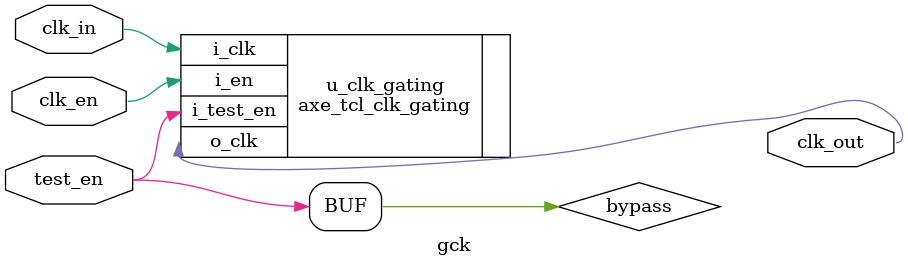
<source format=sv>


module gck (clk_out, clk_en, clk_in, test_en);

  parameter BYPASS_CLKEN_IN_FPGA = 0;
  `ifdef NDS_FPGA
  (* gated_clock = "true" *) input clk_in;
  `else
  input clk_in;
  `endif
  input clk_en;
  input test_en;

  output clk_out;

  logic bypass;

  if (BYPASS_CLKEN_IN_FPGA) begin
`ifdef NDS_FPGA
    always_comb bypass = 1;
`else
    always_comb bypass = test_en;
`endif
  end
  else begin
    always_comb bypass = test_en;
  end

  axe_tcl_clk_gating u_clk_gating (
    .i_clk(clk_in),
    .i_en(clk_en),
    .i_test_en(bypass),
    .o_clk(clk_out)
  );
endmodule

</source>
